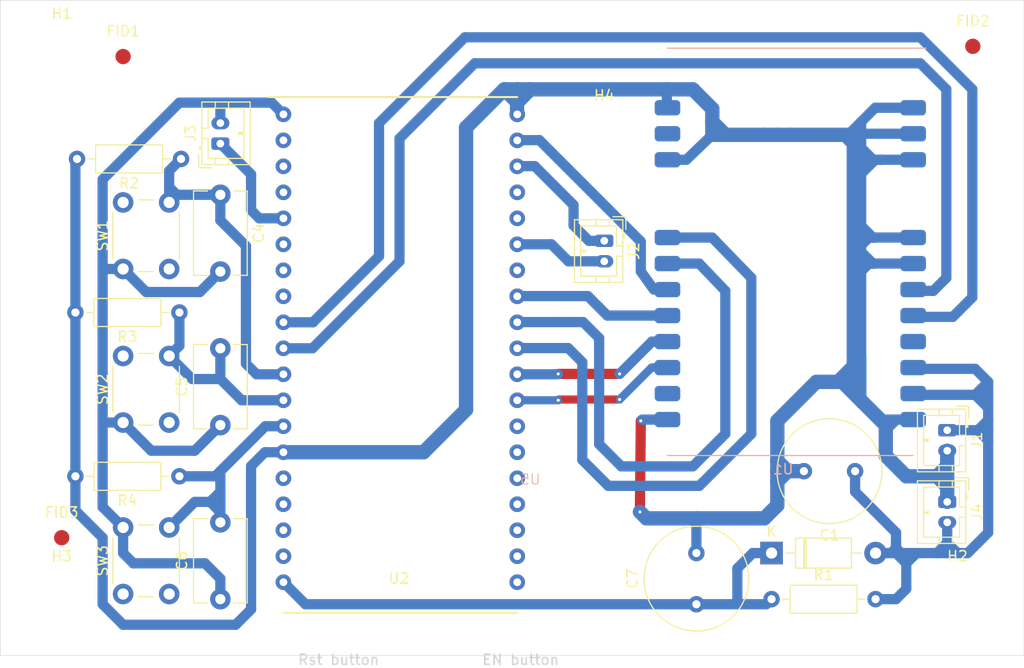
<source format=kicad_pcb>
(kicad_pcb (version 20221018) (generator pcbnew)
  (layers (0 "F.Cu" signal) (31 "B.Cu" signal) (34 "B.Paste" user) (35 "F.Paste" user) (36 "B.SilkS" user "B.Silkscreen") (37 "F.SilkS" user "F.Silkscreen") (38 "B.Mask" user) (39 "F.Mask" user) (44 "Edge.Cuts" user))
  (net 0 "")
  (net 1 "/5V")
  (net 2 "/ADC")
  (net 3 "GND")
  (net 4 "Net-(D1-K)")
  (net 5 "/RXEN")
  (net 6 "/TXEN")
  (net 7 "/NSS")
  (net 8 "/MISO")
  (net 10 "/SCK")
  (net 11 "/BUSY")
  (net 12 "/RST_E22")
  (net 13 "/MOSI")
  (net 21 "/DIO1")
  (net 22 "/3v3")
  (net 23 "/SetWiFiMode")
  (net 24 "/TX")
  (net 26 "/SetRxMode")
  (net 39 "/SCL")
  (net 40 "/SDA")
  (footprint "MountingHole:MountingHole_3.2mm_M3" (layer "F.Cu") (at 156.5 123)
    (fp_text reference "H2" (at 0 -4.2) (layer "F.SilkS"))
    (fp_text value "MountingHole")
    (pad "" np_thru_hole circle (at 0 0) (size 3.2 3.2) (drill 3.2) (layers "*.Cu" "*.Mask"))
  )
  (footprint "Connector_JST:JST_PH_B2B-PH-K_1x02_P2.00mm_Vertical" (layer "F.Cu") (at 155.5 106.5 -90)
    (fp_text reference "J1" (at 1 -2.9 90) (layer "F.SilkS"))
    (fp_text value "5V_out")
    (pad "1" thru_hole roundrect (at 0 0 270) (size 1.2 1.75) (drill 0.75) (layers "*.Cu" "*.Mask") (roundrect_rratio 0.208333) (net 1 "/5V"))
    (pad "2" thru_hole oval (at 2 0 270) (size 1.2 1.75) (drill 0.75) (layers "*.Cu" "*.Mask") (net 3 "GND"))
  )
  (footprint "Button_Switch_THT:SW_PUSH_6mm_H4.3mm" (layer "F.Cu") (at 75 122.5 90)
    (fp_text reference "SW3" (at 3.25 -2 90) (layer "F.SilkS"))
    (fp_text value "SetWiFiMode")
    (pad "1" thru_hole circle (at 0 0 180) (size 2 2) (drill 1.1) (layers "*.Cu" "*.Mask") (net 22 "/3v3"))
    (pad "1" thru_hole circle (at 6.5 0 180) (size 2 2) (drill 1.1) (layers "*.Cu" "*.Mask") (net 22 "/3v3"))
    (pad "2" thru_hole circle (at 0 4.5 180) (size 2 2) (drill 1.1) (layers "*.Cu" "*.Mask") (net 23 "/SetWiFiMode"))
    (pad "2" thru_hole circle (at 6.5 4.5 180) (size 2 2) (drill 1.1) (layers "*.Cu" "*.Mask") (net 23 "/SetWiFiMode"))
  )
  (footprint "Resistor_THT:R_Axial_DIN0207_L6.3mm_D2.5mm_P10.16mm_Horizontal" (layer "F.Cu") (at 80.66 80 180)
    (fp_text reference "R2" (at 5.08 -2.37) (layer "F.SilkS"))
    (fp_text value "2k2")
    (pad "1" thru_hole circle (at 0 0 180) (size 1.6 1.6) (drill 0.8) (layers "*.Cu" "*.Mask") (net 26 "/SetRxMode"))
    (pad "2" thru_hole oval (at 10.16 0 180) (size 1.6 1.6) (drill 0.8) (layers "*.Cu" "*.Mask") (net 3 "GND"))
  )
  (footprint "Resistor_THT:R_Axial_DIN0207_L6.3mm_D2.5mm_P10.16mm_Horizontal" (layer "F.Cu") (at 80.5 95 180)
    (fp_text reference "R3" (at 5.08 -2.37) (layer "F.SilkS"))
    (fp_text value "2k2")
    (pad "1" thru_hole circle (at 0 0 180) (size 1.6 1.6) (drill 0.8) (layers "*.Cu" "*.Mask") (net 24 "/TX"))
    (pad "2" thru_hole oval (at 10.16 0 180) (size 1.6 1.6) (drill 0.8) (layers "*.Cu" "*.Mask") (net 3 "GND"))
  )
  (footprint "Capacitor_THT:C_Disc_D8.0mm_W5.0mm_P7.50mm" (layer "F.Cu") (at 84.5 123 90)
    (fp_text reference "C6" (at 3.75 -3.75 90) (layer "F.SilkS"))
    (fp_text value "10nF")
    (pad "1" thru_hole circle (at 0 0 90) (size 2 2) (drill 1) (layers "*.Cu" "*.Mask") (net 22 "/3v3"))
    (pad "2" thru_hole circle (at 7.5 0 90) (size 2 2) (drill 1) (layers "*.Cu" "*.Mask") (net 23 "/SetWiFiMode"))
  )
  (footprint "MountingHole:MountingHole_3.2mm_M3" (layer "F.Cu") (at 122 78)
    (fp_text reference "H4" (at 0 -4.2) (layer "F.SilkS"))
    (fp_text value "MountingHole")
    (pad "" np_thru_hole circle (at 0 0) (size 3.2 3.2) (drill 3.2) (layers "*.Cu" "*.Mask"))
  )
  (footprint "Capacitor_THT:C_Radial_D10.0mm_H16.0mm_P5.00mm" (layer "F.Cu") (at 131 123.5 90)
    (fp_text reference "C7" (at 2.5 -6.25 90) (layer "F.SilkS"))
    (fp_text value "4.7uF")
    (pad "1" thru_hole circle (at 0 0 90) (size 1.6 1.6) (drill 0.8) (layers "*.Cu" "*.Mask") (net 4 "Net-(D1-K)"))
    (pad "2" thru_hole circle (at 5 0 90) (size 1.6 1.6) (drill 0.8) (layers "*.Cu" "*.Mask") (net 3 "GND"))
  )
  (footprint "Button_Switch_THT:SW_PUSH_6mm_H4.3mm" (layer "F.Cu") (at 75 105.75 90)
    (fp_text reference "SW2" (at 3.25 -2 90) (layer "F.SilkS"))
    (fp_text value "TX")
    (pad "1" thru_hole circle (at 0 0 180) (size 2 2) (drill 1.1) (layers "*.Cu" "*.Mask") (net 22 "/3v3"))
    (pad "1" thru_hole circle (at 6.5 0 180) (size 2 2) (drill 1.1) (layers "*.Cu" "*.Mask") (net 22 "/3v3"))
    (pad "2" thru_hole circle (at 0 4.5 180) (size 2 2) (drill 1.1) (layers "*.Cu" "*.Mask") (net 24 "/TX"))
    (pad "2" thru_hole circle (at 6.5 4.5 180) (size 2 2) (drill 1.1) (layers "*.Cu" "*.Mask") (net 24 "/TX"))
  )
  (footprint "Connector_JST:JST_PH_B2B-PH-K_1x02_P2.00mm_Vertical" (layer "F.Cu") (at 155.5 113.5 -90)
    (fp_text reference "J4" (at 1 -2.9 90) (layer "F.SilkS"))
    (fp_text value "5V_in")
    (pad "1" thru_hole roundrect (at 0 0 270) (size 1.2 1.75) (drill 0.75) (layers "*.Cu" "*.Mask") (roundrect_rratio 0.208333) (net 3 "GND"))
    (pad "2" thru_hole oval (at 2 0 270) (size 1.2 1.75) (drill 0.75) (layers "*.Cu" "*.Mask") (net 1 "/5V"))
  )
  (footprint "Capacitor_THT:C_Disc_D8.0mm_W5.0mm_P7.50mm" (layer "F.Cu") (at 84.5 83.5 -90)
    (fp_text reference "C4" (at 3.75 -3.75 90) (layer "F.SilkS"))
    (fp_text value "10nF")
    (pad "1" thru_hole circle (at 0 0 270) (size 2 2) (drill 1) (layers "*.Cu" "*.Mask") (net 26 "/SetRxMode"))
    (pad "2" thru_hole circle (at 7.5 0 270) (size 2 2) (drill 1) (layers "*.Cu" "*.Mask") (net 22 "/3v3"))
  )
  (footprint "PCB_Satellogic:Node-MCU_ESP32_38PINES_THT_offset" (layer "F.Cu") (at 102.079764 98.495)
    (fp_text reference "U2" (at -0.127 22.479) (layer "F.SilkS"))
    (fp_text value "Node-MCU_ESP32_38PINES")
    (pad "1" thru_hole circle (at -11.42 -22.85) (size 1.524 1.524) (drill 0.762) (layers "*.Cu" "*.Mask") (net 22 "/3v3"))
    (pad "2" thru_hole circle (at -11.42 -20.311112) (size 1.524 1.524) (drill 0.762) (layers "*.Cu" "*.Mask"))
    (pad "3" thru_hole circle (at -11.42 -17.772224) (size 1.524 1.524) (drill 0.762) (layers "*.Cu" "*.Mask"))
    (pad "4" thru_hole circle (at -11.42 -15.233336) (size 1.524 1.524) (drill 0.762) (layers "*.Cu" "*.Mask"))
    (pad "5" thru_hole circle (at -11.42 -12.694448) (size 1.524 1.524) (drill 0.762) (layers "*.Cu" "*.Mask") (net 2 "/ADC"))
    (pad "6" thru_hole circle (at -11.42 -10.15556) (size 1.524 1.524) (drill 0.762) (layers "*.Cu" "*.Mask"))
    (pad "7" thru_hole circle (at -11.42 -7.616672) (size 1.524 1.524) (drill 0.762) (layers "*.Cu" "*.Mask") (net 21 "/DIO1"))
    (pad "8" thru_hole circle (at -11.42 -5.077784) (size 1.524 1.524) (drill 0.762) (layers "*.Cu" "*.Mask"))
    (pad "9" thru_hole circle (at -11.42 -2.538896) (size 1.524 1.524) (drill 0.762) (layers "*.Cu" "*.Mask") (net 6 "/TXEN"))
    (pad "10" thru_hole circle (at -11.42 -0.000008) (size 1.524 1.524) (drill 0.762) (layers "*.Cu" "*.Mask") (net 5 "/RXEN"))
    (pad "11" thru_hole circle (at -11.42 2.53888) (size 1.524 1.524) (drill 0.762) (layers "*.Cu" "*.Mask") (net 26 "/SetRxMode"))
    (pad "12" thru_hole circle (at -11.42 5.077768) (size 1.524 1.524) (drill 0.762) (layers "*.Cu" "*.Mask") (net 24 "/TX"))
    (pad "13" thru_hole circle (at -11.42 7.616656) (size 1.524 1.524) (drill 0.762) (layers "*.Cu" "*.Mask") (net 23 "/SetWiFiMode"))
    (pad "14" thru_hole circle (at -11.42 10.155544) (size 1.524 1.524) (drill 0.762) (layers "*.Cu" "*.Mask") (net 3 "GND"))
    (pad "15" thru_hole circle (at -11.42 12.694432) (size 1.524 1.524) (drill 0.762) (layers "*.Cu" "*.Mask"))
    (pad "16" thru_hole circle (at -11.42 15.23332) (size 1.524 1.524) (drill 0.762) (layers "*.Cu" "*.Mask"))
    (pad "17" thru_hole circle (at -11.42 17.772208) (size 1.524 1.524) (drill 0.762) (layers "*.Cu" "*.Mask"))
    (pad "18" thru_hole circle (at -11.42 20.311096) (size 1.524 1.524) (drill 0.762) (layers "*.Cu" "*.Mask"))
    (pad "19" thru_hole circle (at -11.42 22.85) (size 1.524 1.524) (drill 0.762) (layers "*.Cu" "*.Mask") (net 4 "Net-(D1-K)"))
    (pad "20" thru_hole circle (at 11.42 22.85) (size 1.524 1.524) (drill 0.762) (layers "*.Cu" "*.Mask"))
    (pad "21" thru_hole circle (at 11.42 20.311096) (size 1.524 1.524) (drill 0.762) (layers "*.Cu" "*.Mask"))
    (pad "22" thru_hole circle (at 11.42 17.772208) (size 1.524 1.524) (drill 0.762) (layers "*.Cu" "*.Mask"))
    (pad "23" thru_hole circle (at 11.42 15.23332) (size 1.524 1.524) (drill 0.762) (layers "*.Cu" "*.Mask"))
    (pad "24" thru_hole circle (at 11.42 12.694432) (size 1.524 1.524) (drill 0.762) (layers "*.Cu" "*.Mask"))
    (pad "25" thru_hole circle (at 11.42 10.155544) (size 1.524 1.524) (drill 0.762) (layers "*.Cu" "*.Mask"))
    (pad "26" thru_hole circle (at 11.42 7.616656) (size 1.524 1.524) (drill 0.762) (layers "*.Cu" "*.Mask"))
    (pad "27" thru_hole circle (at 11.42 5.077768) (size 1.524 1.524) (drill 0.762) (layers "*.Cu" "*.Mask") (net 11 "/BUSY"))
    (pad "28" thru_hole circle (at 11.42 2.53888) (size 1.524 1.524) (drill 0.762) (layers "*.Cu" "*.Mask") (net 12 "/RST_E22"))
    (pad "29" thru_hole circle (at 11.42 -0.000008) (size 1.524 1.524) (drill 0.762) (layers "*.Cu" "*.Mask") (net 7 "/NSS"))
    (pad "30" thru_hole circle (at 11.42 -2.538896) (size 1.524 1.524) (drill 0.762) (layers "*.Cu" "*.Mask") (net 10 "/SCK"))
    (pad "31" thru_hole circle (at 11.42 -5.077784) (size 1.524 1.524) (drill 0.762) (layers "*.Cu" "*.Mask") (net 8 "/MISO"))
    (pad "32" thru_hole circle (at 11.42 -7.616672) (size 1.524 1.524) (drill 0.762) (layers "*.Cu" "*.Mask"))
    (pad "33" thru_hole circle (at 11.42 -10.15556) (size 1.524 1.524) (drill 0.762) (layers "*.Cu" "*.Mask") (net 40 "/SDA"))
    (pad "34" thru_hole circle (at 11.42 -12.694448) (size 1.524 1.524) (drill 0.762) (layers "*.Cu" "*.Mask"))
    (pad "35" thru_hole circle (at 11.42 -15.233336) (size 1.524 1.524) (drill 0.762) (layers "*.Cu" "*.Mask"))
    (pad "36" thru_hole circle (at 11.42 -17.772224) (size 1.524 1.524) (drill 0.762) (layers "*.Cu" "*.Mask") (net 39 "/SCL"))
    (pad "37" thru_hole circle (at 11.42 -20.311112) (size 1.524 1.524) (drill 0.762) (layers "*.Cu" "*.Mask") (net 13 "/MOSI"))
    (pad "38" thru_hole circle (at 11.42 -22.85) (size 1.524 1.524) (drill 0.762) (layers "*.Cu" "*.Mask") (net 3 "GND"))
  )
  (footprint "MountingHole:MountingHole_3.2mm_M3" (layer "F.Cu") (at 69 123)
    (fp_text reference "H3" (at 0 -4.2) (layer "F.SilkS"))
    (fp_text value "MountingHole")
    (pad "" np_thru_hole circle (at 0 0) (size 3.2 3.2) (drill 3.2) (layers "*.Cu" "*.Mask"))
  )
  (footprint "Button_Switch_THT:SW_PUSH_6mm_H4.3mm" (layer "F.Cu") (at 75 90.75 90)
    (fp_text reference "SW1" (at 3.25 -2 90) (layer "F.SilkS"))
    (fp_text value "SetRXMode")
    (pad "1" thru_hole circle (at 0 0 180) (size 2 2) (drill 1.1) (layers "*.Cu" "*.Mask") (net 22 "/3v3"))
    (pad "1" thru_hole circle (at 6.5 0 180) (size 2 2) (drill 1.1) (layers "*.Cu" "*.Mask") (net 22 "/3v3"))
    (pad "2" thru_hole circle (at 0 4.5 180) (size 2 2) (drill 1.1) (layers "*.Cu" "*.Mask") (net 26 "/SetRxMode"))
    (pad "2" thru_hole circle (at 6.5 4.5 180) (size 2 2) (drill 1.1) (layers "*.Cu" "*.Mask") (net 26 "/SetRxMode"))
  )
  (footprint "Fiducial:Fiducial_1.5mm_Mask3mm" (layer "F.Cu") (at 69 117)
    (fp_text reference "FID3" (at 0 -2.4765) (layer "F.SilkS"))
    (fp_text value "Fiducial")
    (pad "" smd circle (at 0 0) (size 1.5 1.5) (layers "F.Cu" "F.Mask") (clearance 0.75))
  )
  (footprint "Connector_JST:JST_PH_B2B-PH-K_1x02_P2.00mm_Vertical" (layer "F.Cu") (at 84.5 78.5 90)
    (fp_text reference "J3" (at 1 -2.9 90) (layer "F.SilkS"))
    (fp_text value "ADC")
    (pad "1" thru_hole roundrect (at 0 0 90) (size 1.2 1.75) (drill 0.75) (layers "*.Cu" "*.Mask") (roundrect_rratio 0.208333) (net 2 "/ADC"))
    (pad "2" thru_hole oval (at 2 0 90) (size 1.2 1.75) (drill 0.75) (layers "*.Cu" "*.Mask") (net 22 "/3v3"))
  )
  (footprint "Capacitor_THT:C_Radial_D10.0mm_H16.0mm_P5.00mm" (layer "F.Cu") (at 146.5 110.5 180)
    (fp_text reference "C1" (at 2.5 -6.25) (layer "F.SilkS"))
    (fp_text value "470uF")
    (pad "1" thru_hole circle (at 0 0 180) (size 1.6 1.6) (drill 0.8) (layers "*.Cu" "*.Mask") (net 1 "/5V"))
    (pad "2" thru_hole circle (at 5 0 180) (size 1.6 1.6) (drill 0.8) (layers "*.Cu" "*.Mask") (net 3 "GND"))
  )
  (footprint "Resistor_THT:R_Axial_DIN0207_L6.3mm_D2.5mm_P10.16mm_Horizontal" (layer "F.Cu") (at 138.34 123)
    (fp_text reference "R1" (at 5.08 -2.37) (layer "F.SilkS"))
    (fp_text value "100R")
    (pad "1" thru_hole circle (at 0 0) (size 1.6 1.6) (drill 0.8) (layers "*.Cu" "*.Mask") (net 4 "Net-(D1-K)"))
    (pad "2" thru_hole oval (at 10.16 0) (size 1.6 1.6) (drill 0.8) (layers "*.Cu" "*.Mask") (net 1 "/5V"))
  )
  (footprint "Fiducial:Fiducial_1.5mm_Mask3mm" (layer "F.Cu") (at 75 70)
    (fp_text reference "FID1" (at 0 -2.4765) (layer "F.SilkS"))
    (fp_text value "Fiducial")
    (pad "" smd circle (at 0 0) (size 1.5 1.5) (layers "F.Cu" "F.Mask") (clearance 0.75))
  )
  (footprint "Diode_THT:D_DO-41_SOD81_P10.16mm_Horizontal" (layer "F.Cu") (at 138.34 118.5)
    (fp_text reference "D1" hide)
    (fp_text value "1N5819")
    (fp_text user "K" (at 0 -2.1) (layer "F.SilkS"))
    (pad "1" thru_hole rect (at 0 0) (size 2.2 2.2) (drill 1.1) (layers "*.Cu" "*.Mask") (net 4 "Net-(D1-K)"))
    (pad "2" thru_hole oval (at 10.16 0) (size 2.2 2.2) (drill 1.1) (layers "*.Cu" "*.Mask") (net 1 "/5V"))
  )
  (footprint "Resistor_THT:R_Axial_DIN0207_L6.3mm_D2.5mm_P10.16mm_Horizontal" (layer "F.Cu") (at 80.5 111 180)
    (fp_text reference "R4" (at 5.08 -2.37) (layer "F.SilkS"))
    (fp_text value "2k2")
    (pad "1" thru_hole circle (at 0 0 180) (size 1.6 1.6) (drill 0.8) (layers "*.Cu" "*.Mask") (net 23 "/SetWiFiMode"))
    (pad "2" thru_hole oval (at 10.16 0 180) (size 1.6 1.6) (drill 0.8) (layers "*.Cu" "*.Mask") (net 3 "GND"))
  )
  (footprint "Capacitor_THT:C_Disc_D8.0mm_W5.0mm_P7.50mm" (layer "F.Cu") (at 84.5 106 90)
    (fp_text reference "C5" (at 3.75 -3.75 90) (layer "F.SilkS"))
    (fp_text value "10nF")
    (pad "1" thru_hole circle (at 0 0 90) (size 2 2) (drill 1) (layers "*.Cu" "*.Mask") (net 22 "/3v3"))
    (pad "2" thru_hole circle (at 7.5 0 90) (size 2 2) (drill 1) (layers "*.Cu" "*.Mask") (net 24 "/TX"))
  )
  (footprint "Fiducial:Fiducial_1.5mm_Mask3mm" (layer "F.Cu") (at 158 69)
    (fp_text reference "FID2" (at 0 -2.4765) (layer "F.SilkS"))
    (fp_text value "Fiducial")
    (pad "" smd circle (at 0 0) (size 1.5 1.5) (layers "F.Cu" "F.Mask") (clearance 0.75))
  )
  (footprint "MountingHole:MountingHole_3.2mm_M3" (layer "F.Cu") (at 69 70)
    (fp_text reference "H1" (at 0 -4.2) (layer "F.SilkS"))
    (fp_text value "MountingHole")
    (pad "" np_thru_hole circle (at 0 0) (size 3.2 3.2) (drill 3.2) (layers "*.Cu" "*.Mask"))
  )
  (footprint "Connector_JST:JST_PH_B2B-PH-K_1x02_P2.00mm_Vertical" (layer "F.Cu") (at 122 88 -90)
    (fp_text reference "J2" (at 1 -2.9 90) (layer "F.SilkS"))
    (fp_text value "I2C")
    (pad "1" thru_hole roundrect (at 0 0 270) (size 1.2 1.75) (drill 0.75) (layers "*.Cu" "*.Mask") (roundrect_rratio 0.208333) (net 39 "/SCL"))
    (pad "2" thru_hole oval (at 2 0 270) (size 1.2 1.75) (drill 0.75) (layers "*.Cu" "*.Mask") (net 40 "/SDA"))
  )
  (footprint "PCB_Satellogic:E22-900M30S_LoRa_smd" (layer "B.Cu") (at 140.174764 89.075 180)
    (fp_text reference "U1" (at 0.7 -21.231) (layer "B.SilkS") (effects (justify mirror)))
    (fp_text value "E22-900M30S_LoRa")
    (pad "1" smd roundrect (at -12 14.075 180) (size 2.5 1.5) (layers "B.Cu" "B.Paste" "B.Mask") (net 3 "GND"))
    (pad "2" smd roundrect (at -12 11.535 180) (size 2.5 1.5) (layers "B.Cu" "B.Paste" "B.Mask") (net 3 "GND"))
    (pad "3" smd roundrect (at -12 8.995 180) (size 2.5 1.5) (layers "B.Cu" "B.Paste" "B.Mask") (net 3 "GND"))
    (pad "4" smd roundrect (at -12 1.395 180) (size 2.5 1.5) (layers "B.Cu" "B.Paste" "B.Mask") (net 3 "GND"))
    (pad "5" smd roundrect (at -12 -1.145 180) (size 2.5 1.5) (layers "B.Cu" "B.Paste" "B.Mask") (net 3 "GND"))
    (pad "6" smd roundrect (at -12 -3.685 180) (size 2.5 1.5) (layers "B.Cu" "B.Paste" "B.Mask") (net 5 "/RXEN"))
    (pad "7" smd roundrect (at -12 -6.225 180) (size 2.5 1.5) (layers "B.Cu" "B.Paste" "B.Mask") (net 6 "/TXEN"))
    (pad "8" smd roundrect (at -12 -8.765 180) (size 2.5 1.5) (layers "B.Cu" "B.Paste" "B.Mask"))
    (pad "9" smd roundrect (at -12 -11.305 180) (size 2.5 1.5) (layers "B.Cu" "B.Paste" "B.Mask") (net 1 "/5V"))
    (pad "10" smd roundrect (at -12 -13.845 180) (size 2.5 1.5) (layers "B.Cu" "B.Paste" "B.Mask") (net 1 "/5V"))
    (pad "11" smd roundrect (at -12 -16.385 180) (size 2.5 1.5) (layers "B.Cu" "B.Paste" "B.Mask") (net 3 "GND"))
    (pad "12" smd roundrect (at 12 -16.385 180) (size 2.5 1.5) (layers "B.Cu" "B.Paste" "B.Mask") (net 3 "GND"))
    (pad "13" smd roundrect (at 12 -13.845 180) (size 2.5 1.5) (layers "B.Cu" "B.Paste" "B.Mask"))
    (pad "14" smd roundrect (at 12 -11.305 180) (size 2.5 1.5) (layers "B.Cu" "B.Paste" "B.Mask") (net 11 "/BUSY"))
    (pad "15" smd roundrect (at 12 -8.765 180) (size 2.5 1.5) (layers "B.Cu" "B.Paste" "B.Mask") (net 12 "/RST_E22"))
    (pad "16" smd roundrect (at 12 -6.225 180) (size 2.5 1.5) (layers "B.Cu" "B.Paste" "B.Mask") (net 8 "/MISO"))
    (pad "17" smd roundrect (at 12 -3.685 180) (size 2.5 1.5) (layers "B.Cu" "B.Paste" "B.Mask") (net 13 "/MOSI"))
    (pad "18" smd roundrect (at 12 -1.145 180) (size 2.5 1.5) (layers "B.Cu" "B.Paste" "B.Mask") (net 10 "/SCK"))
    (pad "19" smd roundrect (at 12 1.395 180) (size 2.5 1.5) (layers "B.Cu" "B.Paste" "B.Mask") (net 7 "/NSS"))
    (pad "20" smd roundrect (at 12 8.995 180) (size 2.5 1.5) (layers "B.Cu" "B.Paste" "B.Mask") (net 3 "GND"))
    (pad "21" smd roundrect (at 12 11.535 180) (size 2.5 1.5) (layers "B.Cu" "B.Paste" "B.Mask"))
    (pad "22" smd roundrect (at 12 14.075 180) (size 2.5 1.5) (layers "B.Cu" "B.Paste" "B.Mask") (net 3 "GND"))
  )
  (gr_rect (start 63 64.5) (end 163 128.5) (stroke (width 0.05)) (fill none) (layer "Edge.Cuts"))
  (gr_text "U5" (at 114.774764 111.3) (layer "B.SilkS") (effects (font (size 1 1) (thickness 0.1)) (justify mirror)))
  (gr_text "Rst button" (at 92 129.5) (layer "Edge.Cuts") (effects (font (size 1 1)) (justify left bottom)))
  (gr_text "EN button" (at 110 129.5) (layer "Edge.Cuts") (effects (font (size 1 1)) (justify left bottom)))
  (segment (start 158.23 100.505) (end 152.299764 100.505) (width 1) (layer "B.Cu") (net 1))
  (segment (start 158.5 106.5) (end 159.5 105.5) (width 1) (layer "B.Cu") (net 1))
  (segment (start 159.5 107.5) (end 159.5 106.5) (width 1) (layer "B.Cu") (net 1))
  (segment (start 151.5 119.5) (end 150.5 118.5) (width 1) (layer "B.Cu") (net 1))
  (segment (start 150.5 117.5) (end 150.5 116.5) (width 1) (layer "B.Cu") (net 1))
  (segment (start 152.299764 100.505) (end 152.174764 100.38) (width 1) (layer "B.Cu") (net 1))
  (segment (start 150.5 118) (end 151 118.5) (width 1) (layer "B.Cu") (net 1))
  (segment (start 155.5 106.5) (end 158.5 106.5) (width 1) (layer "B.Cu") (net 1))
  (segment (start 148.5 123) (end 150.5 123) (width 1) (layer "B.Cu") (net 1))
  (segment (start 150.5 118) (end 150 118.5) (width 1) (layer "B.Cu") (net 1))
  (segment (start 159.5 103.045) (end 158.23 103.045) (width 1) (layer "B.Cu") (net 1))
  (segment (start 146.5 112.5) (end 146.5 110.5) (width 1) (layer "B.Cu") (net 1))
  (segment (start 159.5 116.5) (end 159.5 107.5) (width 1) (layer "B.Cu") (net 1))
  (segment (start 152.299764 103.045) (end 152.174764 102.92) (width 1) (layer "B.Cu") (net 1))
  (segment (start 159.5 104.315) (end 159.5 103.045) (width 1) (layer "B.Cu") (net 1))
  (segment (start 155.5 117.5) (end 154.5 118.5) (width 1) (layer "B.Cu") (net 1))
  (segment (start 158.23 103.045) (end 152.299764 103.045) (width 1) (layer "B.Cu") (net 1))
  (segment (start 151.5 118.5) (end 152.5 118.5) (width 1) (layer "B.Cu") (net 1))
  (segment (start 158.5 106.5) (end 159.5 106.5) (width 1) (layer "B.Cu") (net 1))
  (segment (start 155.5 118.5) (end 157 118.5) (width 1) (layer "B.Cu") (net 1))
  (segment (start 154.5 118.5) (end 155.5 118.5) (width 1) (layer "B.Cu") (net 1))
  (segment (start 151.5 119.5) (end 152.5 118.5) (width 1) (layer "B.Cu") (net 1))
  (segment (start 158.23 103.045) (end 159.5 104.315) (width 1) (layer "B.Cu") (net 1))
  (segment (start 148.5 118.5) (end 150 118.5) (width 1) (layer "B.Cu") (net 1))
  (segment (start 150.5 116.5) (end 146.5 112.5) (width 1) (layer "B.Cu") (net 1))
  (segment (start 158.23 103.045) (end 159.5 101.775) (width 1) (layer "B.Cu") (net 1))
  (segment (start 159.5 103.045) (end 159.5 101.775) (width 1) (layer "B.Cu") (net 1))
  (segment (start 155.5 117.5) (end 156.5 118.5) (width 1) (layer "B.Cu") (net 1))
  (segment (start 159.5 106.5) (end 159.5 105.5) (width 1) (layer "B.Cu") (net 1))
  (segment (start 155.5 117.5) (end 155.5 115.5) (width 1) (layer "B.Cu") (net 1))
  (segment (start 151.5 119.5) (end 151.5 118.5) (width 1) (layer "B.Cu") (net 1))
  (segment (start 157 118.5) (end 157.5 118.5) (width 1) (layer "B.Cu") (net 1))
  (segment (start 152.5 118.5) (end 154.5 118.5) (width 1) (layer "B.Cu") (net 1))
  (segment (start 157.5 118.5) (end 159.5 116.5) (width 1) (layer "B.Cu") (net 1))
  (segment (start 150.5 123) (end 151.5 122) (width 1) (layer "B.Cu") (net 1))
  (segment (start 150.5 118.5) (end 151 118.5) (width 1) (layer "B.Cu") (net 1))
  (segment (start 156.5 118.5) (end 157 118.5) (width 1) (layer "B.Cu") (net 1))
  (segment (start 150.5 118.5) (end 150.5 117.5) (width 1) (layer "B.Cu") (net 1))
  (segment (start 159.5 101.775) (end 158.23 100.505) (width 1) (layer "B.Cu") (net 1))
  (segment (start 151.5 122) (end 151.5 119.5) (width 1) (layer "B.Cu") (net 1))
  (segment (start 155.5 118.5) (end 155.5 117.5) (width 1) (layer "B.Cu") (net 1))
  (segment (start 150.5 117.5) (end 150.5 118) (width 1) (layer "B.Cu") (net 1))
  (segment (start 150 118.5) (end 150.5 118.5) (width 1) (layer "B.Cu") (net 1))
  (segment (start 158.5 106.5) (end 159.5 107.5) (width 1) (layer "B.Cu") (net 1))
  (segment (start 151 118.5) (end 151.5 118.5) (width 1) (layer "B.Cu") (net 1))
  (segment (start 159.5 105.5) (end 159.5 104.315) (width 1) (layer "B.Cu") (net 1))
  (segment (start 87.5 81.5) (end 84.5 78.5) (width 1) (layer "B.Cu") (net 2))
  (segment (start 87.5 85) (end 87.5 81.5) (width 1) (layer "B.Cu") (net 2))
  (segment (start 90.659764 85.800552) (end 88.300552 85.800552) (width 1) (layer "B.Cu") (net 2))
  (segment (start 88.300552 85.800552) (end 87.5 85) (width 1) (layer "B.Cu") (net 2))
  (segment (start 125.569764 105.585) (end 125.482681 114.475) (width 1) (layer "F.Cu") (net 3))
  (via (at 125.482681 114.475) (size 0.6) (drill 0.3) (layers "F.Cu" "B.Cu") (net 3))
  (via (at 125.569764 105.585) (size 0.6) (drill 0.3) (layers "F.Cu" "B.Cu") (net 3))
  (segment (start 147.854764 87.68) (end 147.094764 88.44) (width 1) (layer "B.Cu") (net 3))
  (segment (start 131 115.11) (end 126.117681 115.11) (width 1.4) (layer "B.Cu") (net 3))
  (segment (start 146.174764 78.565) (end 145.254764 77.645) (width 1) (layer "B.Cu") (net 3))
  (segment (start 113.504764 73.2) (end 114.774764 73.2) (width 1.4) (layer "B.Cu") (net 3))
  (segment (start 140.174764 77.645) (end 145.824764 77.645) (width 1.4) (layer "B.Cu") (net 3))
  (segment (start 145.824764 77.645) (end 147.094764 78.915) (width 1) (layer "B.Cu") (net 3))
  (segment (start 113.482264 73.2225) (end 113.482264 74.47) (width 1.4) (layer "B.Cu") (net 3))
  (segment (start 108.5 76.934764) (end 112.234764 73.2) (width 1.4) (layer "B.Cu") (net 3))
  (segment (start 75 125.5) (end 73 123.5) (width 1) (layer "B.Cu") (net 3))
  (segment (start 148.239764 87.68) (end 147.094764 86.535) (width 1) (layer "B.Cu") (net 3))
  (segment (start 147.094764 90.98) (end 147.094764 90.345) (width 1) (layer "B.Cu") (net 3))
  (segment (start 152.069764 80.185) (end 152.174764 80.08) (width 1) (layer "B.Cu") (net 3))
  (segment (start 108.5 104.5) (end 108.5 76.934764) (width 1.4) (layer "B.Cu") (net 3))
  (segment (start 152.174764 90.22) (end 148.429764 90.22) (width 1) (layer "B.Cu") (net 3))
  (segment (start 147.094764 86.535) (end 147.094764 81.455) (width 1) (layer "B.Cu") (net 3))
  (segment (start 146.739882 103.260118) (end 146.914882 103.085118) (width 1.4) (layer "B.Cu") (net 3))
  (segment (start 113.482264 74.47) (end 113.482264 74.4475) (width 1.4) (layer "B.Cu") (net 3))
  (segment (start 149.5 106.5) (end 149.5 105.46) (width 1) (layer "B.Cu") (net 3))
  (segment (start 113.482264 74.47) (end 113.482264 75.625) (width 1.4) (layer "B.Cu") (net 3))
  (segment (start 149.5 109) (end 149.5 106.5) (width 1.4) (layer "B.Cu") (net 3))
  (segment (start 132.554764 76.375) (end 132.554764 77.645) (width 1.4) (layer "B.Cu") (net 3))
  (segment (start 137.634764 115.11) (end 138.904764 113.84) (width 1.4) (layer "B.Cu") (net 3))
  (segment (start 154.5 111) (end 155.5 112) (width 1.4) (layer "B.Cu") (net 3))
  (segment (start 143.984764 101.775) (end 145.189764 101.775) (width 1) (layer "B.Cu") (net 3))
  (segment (start 147.854764 90.22) (end 147.094764 90.98) (width 1) (layer "B.Cu") (net 3))
  (segment (start 133.824764 77.645) (end 132.554764 76.375) (width 1.4) (layer "B.Cu") (net 3))
  (segment (start 146.914882 103.085118) (end 146.914882 99.414882) (width 1.4) (layer "B.Cu") (net 3))
  (segment (start 126.117681 115.11) (end 125.482681 114.475) (width 1.4) (layer "B.Cu") (net 3))
  (segment (start 155.5 108.5) (end 155.5 110) (width 1.4) (layer "B.Cu") (net 3))
  (segment (start 148.429764 90.22) (end 148.239764 90.22) (width 1) (layer "B.Cu") (net 3))
  (segment (start 147.219764 90.22) (end 147.094764 90.345) (width 1) (layer "B.Cu") (net 3))
  (segment (start 150.5 105.5) (end 149.5 106.5) (width 1) (layer "B.Cu") (net 3))
  (segment (start 152.174764 75) (end 148.469764 75) (width 1) (layer "B.Cu") (net 3))
  (segment (start 147.094764 80.185) (end 147.199764 80.08) (width 1) (layer "B.Cu") (net 3))
  (segment (start 147.094764 103.615) (end 147.239882 103.760118) (width 1) (layer "B.Cu") (net 3))
  (segment (start 147.239882 103.760118) (end 149.5 106.020236) (width 1.4) (layer "B.Cu") (net 3))
  (segment (start 130.584764 73.265) (end 130.649764 73.2) (width 1) (layer "B.Cu") (net 3))
  (segment (start 143.984764 101.775) (end 145.254764 101.775) (width 1.4) (layer "B.Cu") (net 3))
  (segment (start 128.174764 105.46) (end 125.694764 105.46) (width 1) (layer "B.Cu") (net 3))
  (segment (start 145.254764 101.775) (end 145.824764 101.775) (width 1) (layer "B.Cu") (net 3))
  (segment (start 113.482264 74.4475) (end 112.234764 73.2) (width 1.4) (layer "B.Cu") (net 3))
  (segment (start 148.239764 90.22) (end 147.094764 89.075) (width 1) (layer "B.Cu") (net 3))
  (segment (start 142.714764 101.775) (end 138.904764 105.585) (width 1.4) (layer "B.Cu") (net 3))
  (segment (start 140 110.5) (end 141.5 110.5) (width 1.4) (layer "B.Cu") (net 3))
  (segment (start 130.649764 73.2) (end 132.554764 75.105) (width 1.4) (layer "B.Cu") (net 3))
  (segment (start 144.554764 101.775) (end 146.174764 100.155) (width 1) (layer "B.Cu") (net 3))
  (segment (start 70.34 95) (end 70.34 80.16) (width 1) (layer "B.Cu") (net 3))
  (segment (start 70.34 114.34) (end 70.34 111) (width 1) (layer "B.Cu") (net 3))
  (segment (start 147.094764 89.075) (end 147.094764 88.44) (width 1) (layer "B.Cu") (net 3))
  (segment (start 148.469764 80.08) (end 148.259764 80.08) (width 1) (layer "B.Cu") (net 3))
  (segment (start 155.5 111) (end 155.5 112) (width 1.4) (layer "B.Cu") (net 3))
  (segment (start 149.5 109) (end 151 110.5) (width 1.4) (layer "B.Cu") (net 3))
  (segment (start 147.094764 99.235) (end 147.094764 90.98) (width 1) (layer "B.Cu") (net 3))
  (segment (start 140.174764 77.645) (end 138.904764 77.645) (width 1.4) (layer "B.Cu") (net 3))
  (segment (start 152.174764 90.22) (end 152.049764 90.345) (width 1) (layer "B.Cu") (net 3))
  (segment (start 113.482264 74.4475) (end 113.527264 74.4475) (width 1.4) (layer "B.Cu") (net 3))
  (segment (start 148.429764 87.68) (end 147.854764 87.68) (width 1) (layer "B.Cu") (net 3))
  (segment (start 138.904764 110.5) (end 140 110.5) (width 1.4) (layer "B.Cu") (net 3))
  (segment (start 146.174764 100.155) (end 146.174764 78.565) (width 1) (layer "B.Cu") (net 3))
  (segment (start 128.174764 80.08) (end 130.014764 80.08) (width 1) (layer "B.Cu") (net 3))
  (segment (start 147.094764 100.505) (end 147.094764 99.235) (width 1) (layer "B.Cu") (net 3))
  (segment (start 86 125.5) (end 75 125.5) (width 1) (layer "B.Cu") (net 3))
  (segment (start 138.904764 110.5) (end 138.904764 111.5) (width 1.4) (layer "B.Cu") (net 3))
  (segment (start 70.34 111) (end 70.34 95) (width 1) (layer "B.Cu") (net 3))
  (segment (start 147.239882 103.760118) (end 146.739882 103.260118) (width 1.4) (layer "B.Cu") (net 3))
  (segment (start 128.109764 74.935) (end 128.174764 75) (width 1.4) (layer "B.Cu") (net 3))
  (segment (start 147.094764 87.805) (end 147.094764 86.535) (width 1) (layer "B.Cu") (net 3))
  (segment (start 87.5 124) (end 86 125.5) (width 1) (layer "B.Cu") (net 3))
  (segment (start 88.849456 108.650544) (end 87.5 110) (width 1) (layer "B.Cu") (net 3))
  (segment (start 128.279764 75.105) (end 128.174764 75) (width 0.8) (layer "B.Cu") (net 3))
  (segment (start 128.109764 73.2) (end 130.649764 73.2) (width 1.4) (layer "B.Cu") (net 3))
  (segment (start 73 117) (end 70.34 114.34) (width 1) (layer "B.Cu") (net 3))
  (segment (start 138.904764 111.5) (end 138.904764 113.84) (width 1.4) (layer "B.Cu") (net 3))
  (segment (start 147.199764 77.54) (end 147.094764 77.645) (width 1) (layer "B.Cu") (net 3))
  (segment (start 147.094764 81.455) (end 147.094764 78.915) (width 1) (layer "B.Cu") (net 3))
  (segment (start 145.254764 77.645) (end 145.824764 77.645) (width 1) (layer "B.Cu") (net 3))
  (segment (start 148.429764 87.68) (end 147.219764 87.68) (width 1) (layer "B.Cu") (net 3))
  (segment (start 152.174764 80.08) (end 149.064764 80.08) (width 1) (layer "B.Cu") (net 3))
  (segment (start 143.984764 101.775) (end 144.554764 101.775) (width 1) (layer "B.Cu") (net 3))
  (segment (start 147.094764 76.375) (end 147.094764 77.645) (width 1) (layer "B.Cu") (net 3))
  (segment (start 132.554764 75.105) (end 132.554764 76.375) (width 1.4) (layer "B.Cu") (net 3))
  (segment (start 113.504764 73.2) (end 113.482264 73.2225) (width 1.4) (layer "B.Cu") (net 3))
  (segment (start 148.429764 90.22) (end 147.219764 90.22) (width 1) (layer "B.Cu") (net 3))
  (segment (start 114.774764 73.2) (end 128.109764 73.2) (width 1.4) (layer "B.Cu") (net 3))
  (segment (start 155.5 112) (end 155.5 113.5) (width 1.4) (layer "B.Cu") (net 3))
  (segment (start 136.999764 115.11) (end 131 115.11) (width 1.4) (layer "B.Cu") (net 3))
  (segment (start 148.429764 87.68) (end 148.239764 87.68) (width 1) (layer "B.Cu") (net 3))
  (segment (start 113.527264 74.4475) (end 114.774764 73.2) (width 1.4) (layer "B.Cu") (net 3))
  (segment (start 146.174764 100.155) (end 146.914882 99.414882) (width 1) (layer "B.Cu") (net 3))
  (segment (start 131 118.5) (end 131 115.11) (width 1) (layer "B.Cu") (net 3))
  (segment (start 145.824764 77.645) (end 147.094764 76.375) (width 1) (layer "B.Cu") (net 3))
  (segment (start 147.094764 77.645) (end 145.254764 77.645) (width 1) (layer "B.Cu") (net 3))
  (segment (start 136.999764 115.11) (end 137.634764 115.11) (width 1.4) (layer "B.Cu") (net 3))
  (segment (start 146.739882 103.260118) (end 145.254764 101.775) (width 1.4) (layer "B.Cu") (net 3))
  (segment (start 130.014764 80.08) (end 132.554764 77.645) (width 1) (layer "B.Cu") (net 3))
  (segment (start 113.504764 73.2) (end 112.234764 73.2) (width 1.4) (layer "B.Cu") (net 3))
  (segment (start 145.824764 101.775) (end 147.094764 100.505) (width 1) (layer "B.Cu") (net 3))
  (segment (start 148.259764 80.08) (end 147.094764 78.915) (width 1) (layer "B.Cu") (net 3))
  (segment (start 137.634764 77.645) (end 133.824764 77.645) (width 1.4) (layer "B.Cu") (net 3))
  (segment (start 146.914882 99.414882) (end 147.094764 99.235) (width 1) (layer "B.Cu") (net 3))
  (segment (start 90.659764 108.650544) (end 88.849456 108.650544) (width 1) (layer "B.Cu") (net 3))
  (segment (start 154.5 111) (end 155.5 110) (width 1.4) (layer "B.Cu") (net 3))
  (segment (start 87.5 110) (end 87.5 124) (width 1) (layer "B.Cu") (net 3))
  (segment (start 140 110.5) (end 139.904764 110.5) (width 1.4) (layer "B.Cu") (net 3))
  (segment (start 90.659764 108.650544) (end 104.349456 108.650544) (width 1.4) (layer "B.Cu") (net 3))
  (segment (start 70.34 80.16) (end 70.5 80) (width 1) (layer "B.Cu") (net 3))
  (segment (start 148.239764 90.22) (end 147.854764 90.22) (width 1) (layer "B.Cu") (net 3))
  (segment (start 149.064764 80.08) (end 147.199764 80.08) (width 1) (layer "B.Cu") (net 3))
  (segment (start 155.5 111) (end 154.5 111) (width 1) (layer "B.Cu") (net 3))
  (segment (start 147.219764 87.68) (end 147.094764 87.805) (width 1) (layer "B.Cu") (net 3))
  (segment (start 149.5 106.020236) (end 149.5 106.5) (width 1.4) (layer "B.Cu") (net 3))
  (segment (start 148.469764 80.08) (end 147.094764 81.455) (width 1) (layer "B.Cu") (net 3))
  (segment (start 150.5 105.46) (end 150.5 105.5) (width 1) (layer "B.Cu") (net 3))
  (segment (start 155.5 110) (end 155.5 111) (width 1.4) (layer "B.Cu") (net 3))
  (segment (start 151.5 111) (end 151 110.5) (width 1.4) (layer "B.Cu") (net 3))
  (segment (start 150.5 105.46) (end 149.5 105.46) (width 1) (layer "B.Cu") (net 3))
  (segment (start 147.094764 88.44) (end 147.094764 87.805) (width 1) (layer "B.Cu") (net 3))
  (segment (start 138.904764 77.645) (end 137.634764 77.645) (width 1.4) (layer "B.Cu") (net 3))
  (segment (start 147.094764 90.345) (end 147.094764 89.075) (width 1) (layer "B.Cu") (net 3))
  (segment (start 154.5 111) (end 151.5 111) (width 1.4) (layer "B.Cu") (net 3))
  (segment (start 152.174764 87.68) (end 148.429764 87.68) (width 1) (layer "B.Cu") (net 3))
  (segment (start 125.694764 105.46) (end 125.569764 105.585) (width 0.2) (layer "B.Cu") (net 3))
  (segment (start 149.064764 80.08) (end 148.469764 80.08) (width 1) (layer "B.Cu") (net 3))
  (segment (start 147.094764 78.915) (end 147.094764 77.645) (width 1) (layer "B.Cu") (net 3))
  (segment (start 104.349456 108.650544) (end 108.5 104.5) (width 1.4) (layer "B.Cu") (net 3))
  (segment (start 138.904764 109.5) (end 138.904764 110.5) (width 1.4) (layer "B.Cu") (net 3))
  (segment (start 139.904764 110.5) (end 138.904764 109.5) (width 1.4) (layer "B.Cu") (net 3))
  (segment (start 152.174764 105.46) (end 150.5 105.46) (width 1) (layer "B.Cu") (net 3))
  (segment (start 142.714764 101.775) (end 143.984764 101.775) (width 1.4) (layer "B.Cu") (net 3))
  (segment (start 133.824764 77.645) (end 132.554764 77.645) (width 1.4) (layer "B.Cu") (net 3))
  (segment (start 148.469764 75) (end 147.094764 76.375) (width 1) (layer "B.Cu") (net 3))
  (segment (start 138.904764 105.585) (end 138.904764 109.5) (width 1.4) (layer "B.Cu") (net 3))
  (segment (start 139.904764 110.5) (end 138.904764 111.5) (width 1.4) (layer "B.Cu") (net 3))
  (segment (start 152.174764 77.54) (end 147.199764 77.54) (width 1) (layer "B.Cu") (net 3))
  (segment (start 128.109764 73.2) (end 128.109764 74.935) (width 1) (layer "B.Cu") (net 3))
  (segment (start 73 123.5) (end 73 117) (width 1) (layer "B.Cu") (net 3))
  (segment (start 135 123.5) (end 137.84 123.5) (width 1) (layer "B.Cu") (net 4))
  (segment (start 131 123.5) (end 135 123.5) (width 1) (layer "B.Cu") (net 4))
  (segment (start 90.659764 121.345) (end 92.814764 123.5) (width 1) (layer "B.Cu") (net 4))
  (segment (start 135 120) (end 135 123.5) (width 1) (layer "B.Cu") (net 4))
  (segment (start 137.84 123.5) (end 138.34 123) (width 0.2) (layer "B.Cu") (net 4))
  (segment (start 92.814764 123.5) (end 131 123.5) (width 1) (layer "B.Cu") (net 4))
  (segment (start 136.5 118.5) (end 135 120) (width 1) (layer "B.Cu") (net 4))
  (segment (start 138.34 118.5) (end 136.5 118.5) (width 1) (layer "B.Cu") (net 4))
  (segment (start 102 78) (end 102 90.000001) (width 1) (layer "B.Cu") (net 5))
  (segment (start 155.414764 91.615) (end 155.414764 73.2) (width 1) (layer "B.Cu") (net 5))
  (segment (start 152.239764 92.885) (end 154.144764 92.885) (width 1) (layer "B.Cu") (net 5))
  (segment (start 102 90.000001) (end 93.505009 98.494992) (width 1) (layer "B.Cu") (net 5))
  (segment (start 154.144764 92.885) (end 155.414764 91.615) (width 1) (layer "B.Cu") (net 5))
  (segment (start 152.874764 70.66) (end 109.34 70.66) (width 1) (layer "B.Cu") (net 5))
  (segment (start 109.34 70.66) (end 102 78) (width 1) (layer "B.Cu") (net 5))
  (segment (start 152.174764 92.76) (end 152.299764 92.885) (width 0.2) (layer "B.Cu") (net 5))
  (segment (start 155.414764 73.2) (end 152.874764 70.66) (width 1) (layer "B.Cu") (net 5))
  (segment (start 93.505009 98.494992) (end 90.659764 98.494992) (width 1) (layer "B.Cu") (net 5))
  (segment (start 157.954764 73.2) (end 152.874764 68.12) (width 1) (layer "B.Cu") (net 6))
  (segment (start 100 89.5) (end 93.543896 95.956104) (width 1) (layer "B.Cu") (net 6))
  (segment (start 157.954764 93.52) (end 157.954764 73.2) (width 1) (layer "B.Cu") (net 6))
  (segment (start 108.38 68.12) (end 100 76.5) (width 1) (layer "B.Cu") (net 6))
  (segment (start 156.049764 95.425) (end 157.954764 93.52) (width 1) (layer "B.Cu") (net 6))
  (segment (start 152.239764 95.425) (end 156.049764 95.425) (width 1) (layer "B.Cu") (net 6))
  (segment (start 100 76.5) (end 100 89.5) (width 1) (layer "B.Cu") (net 6))
  (segment (start 93.543896 95.956104) (end 90.659764 95.956104) (width 1) (layer "B.Cu") (net 6))
  (segment (start 152.874764 68.12) (end 108.38 68.12) (width 1) (layer "B.Cu") (net 6))
  (segment (start 136.364764 106.855) (end 131.284764 111.935) (width 1) (layer "B.Cu") (net 7))
  (segment (start 131.284764 111.935) (end 122.394764 111.935) (width 1) (layer "B.Cu") (net 7))
  (segment (start 128.174764 87.68) (end 132.542264 87.68) (width 1) (layer "B.Cu") (net 7))
  (segment (start 122.394764 111.935) (end 119.854764 109.395) (width 1) (layer "B.Cu") (net 7))
  (segment (start 118.474992 98.474992) (end 113.482264 98.474992) (width 1) (layer "B.Cu") (net 7))
  (segment (start 136.364764 91.615) (end 136.364764 106.855) (width 1) (layer "B.Cu") (net 7))
  (segment (start 132.542264 87.68) (end 136.364764 91.615) (width 1) (layer "B.Cu") (net 7))
  (segment (start 119.854764 99.854764) (end 118.474992 98.474992) (width 1) (layer "B.Cu") (net 7))
  (segment (start 119.854764 109.395) (end 119.854764 99.854764) (width 1) (layer "B.Cu") (net 7))
  (segment (start 122.3 95.3) (end 128.174764 95.3) (width 1) (layer "B.Cu") (net 8))
  (segment (start 120.397216 93.397216) (end 122.3 95.3) (width 1) (layer "B.Cu") (net 8))
  (segment (start 120.397216 93.397216) (end 113.482264 93.397216) (width 1) (layer "B.Cu") (net 8))
  (segment (start 117.302264 95.935) (end 117.30116 95.936104) (width 0.8) (layer "B.Cu") (net 10))
  (segment (start 117.30116 95.936104) (end 113.482264 95.936104) (width 1) (layer "B.Cu") (net 10))
  (segment (start 121.5 107.865236) (end 121.5 97.5) (width 1) (layer "B.Cu") (net 10))
  (segment (start 130.649764 110.03) (end 123.664764 110.03) (width 1) (layer "B.Cu") (net 10))
  (segment (start 131.272264 90.22) (end 133.824764 92.885) (width 1) (layer "B.Cu") (net 10))
  (segment (start 119.935 95.935) (end 117.302264 95.935) (width 1) (layer "B.Cu") (net 10))
  (segment (start 133.824764 106.855) (end 130.649764 110.03) (width 1) (layer "B.Cu") (net 10))
  (segment (start 123.664764 110.03) (end 121.5 107.865236) (width 1) (layer "B.Cu") (net 10))
  (segment (start 133.824764 92.885) (end 133.824764 106.855) (width 1) (layer "B.Cu") (net 10))
  (segment (start 128.174764 90.22) (end 131.272264 90.22) (width 1) (layer "B.Cu") (net 10))
  (segment (start 121.5 97.5) (end 119.935 95.935) (width 1) (layer "B.Cu") (net 10))
  (segment (start 117.572768 103.5) (end 117.5 103.572768) (width 0.8) (layer "F.Cu") (net 11))
  (segment (start 123.5 103.5) (end 117.572768 103.5) (width 0.8) (layer "F.Cu") (net 11))
  (via (at 123.5 103.5) (size 0.6) (drill 0.3) (layers "F.Cu" "B.Cu") (net 11))
  (via (at 117.5 103.572768) (size 0.6) (drill 0.3) (layers "F.Cu" "B.Cu") (net 11))
  (via (at 113.504764 103.68) (size 0.6) (drill 0.3) (layers "F.Cu" "B.Cu") (net 11))
  (segment (start 126.62 100.38) (end 123.5 103.5) (width 0.8) (layer "B.Cu") (net 11))
  (segment (start 128.174764 100.38) (end 126.839764 100.38) (width 0.8) (layer "B.Cu") (net 11))
  (segment (start 113.482264 103.552768) (end 113.482264 103.6575) (width 1) (layer "B.Cu") (net 11))
  (segment (start 126.839764 100.38) (end 126.839764 100.339764) (width 0.8) (layer "B.Cu") (net 11))
  (segment (start 113.482264 103.6575) (end 113.504764 103.68) (width 1) (layer "B.Cu") (net 11))
  (segment (start 113.499764 103.572768) (end 117.5 103.572768) (width 0.8) (layer "B.Cu") (net 11))
  (segment (start 126.839764 100.38) (end 126.62 100.38) (width 0.8) (layer "B.Cu") (net 11))
  (segment (start 117.5 101) (end 123.5 101) (width 1) (layer "F.Cu") (net 12))
  (via (at 117.5 101) (size 0.6) (drill 0.3) (layers "F.Cu" "B.Cu") (net 12))
  (via (at 123.5 101) (size 0.6) (drill 0.3) (layers "F.Cu" "B.Cu") (net 12))
  (via (at 113.504764 101.14) (size 0.6) (drill 0.3) (layers "F.Cu" "B.Cu") (net 12))
  (segment (start 126.66 97.84) (end 128.174764 97.84) (width 1) (layer "B.Cu") (net 12))
  (segment (start 113.482264 101.1175) (end 113.504764 101.14) (width 1) (layer "B.Cu") (net 12))
  (segment (start 117.46612 101.03388) (end 117.5 101) (width 0.8) (layer "B.Cu") (net 12))
  (segment (start 113.482264 101.01388) (end 113.482264 101.1175) (width 1) (layer "B.Cu") (net 12))
  (segment (start 123.5 101) (end 126.66 97.84) (width 1) (layer "B.Cu") (net 12))
  (segment (start 113.499764 101.03388) (end 117.46612 101.03388) (width 1) (layer "B.Cu") (net 12))
  (segment (start 128.174764 92.76) (end 126.839764 92.76) (width 0.8) (layer "B.Cu") (net 13))
  (segment (start 126.839764 92.76) (end 125.569764 90.98) (width 1) (layer "B.Cu") (net 13))
  (segment (start 125.569764 90.98) (end 125.569764 88.069764) (width 1) (layer "B.Cu") (net 13))
  (segment (start 125.569764 88.069764) (end 115.663888 78.163888) (width 1) (layer "B.Cu") (net 13))
  (segment (start 115.663888 78.163888) (end 113.482264 78.163888) (width 1) (layer "B.Cu") (net 13))
  (segment (start 82 108.5) (end 77.75 108.5) (width 1) (layer "B.Cu") (net 22))
  (segment (start 83 119.5) (end 76 119.5) (width 1) (layer "B.Cu") (net 22))
  (segment (start 75 118.5) (end 75 116) (width 1) (layer "B.Cu") (net 22))
  (segment (start 84.5 123) (end 84.5 121) (width 1) (layer "B.Cu") (net 22))
  (segment (start 80.5 74.5) (end 73 82) (width 1) (layer "B.Cu") (net 22))
  (segment (start 82.5 93) (end 77.25 93) (width 1) (layer "B.Cu") (net 22))
  (segment (start 84.5 106) (end 82 108.5) (width 1) (layer "B.Cu") (net 22))
  (segment (start 89.514764 74.5) (end 84.5 74.5) (width 1) (layer "B.Cu") (net 22))
  (segment (start 77.75 108.5) (end 75 105.75) (width 1) (layer "B.Cu") (net 22))
  (segment (start 84.5 121) (end 83 119.5) (width 1) (layer "B.Cu") (net 22))
  (segment (start 75 90.75) (end 73.25 90.75) (width 1) (layer "B.Cu") (net 22))
  (segment (start 75 105.75) (end 73.25 105.75) (width 1) (layer "B.Cu") (net 22))
  (segment (start 77.25 93) (end 75 90.75) (width 1) (layer "B.Cu") (net 22))
  (segment (start 73 105.5) (end 73 114) (width 1) (layer "B.Cu") (net 22))
  (segment (start 73.25 105.75) (end 73 105.5) (width 1) (layer "B.Cu") (net 22))
  (segment (start 73 90.5) (end 73 105.5) (width 1) (layer "B.Cu") (net 22))
  (segment (start 73 82) (end 73 90.5) (width 1) (layer "B.Cu") (net 22))
  (segment (start 73 114) (end 75 116) (width 1) (layer "B.Cu") (net 22))
  (segment (start 90.659764 75.645) (end 89.514764 74.5) (width 1) (layer "B.Cu") (net 22))
  (segment (start 84.5 91) (end 82.5 93) (width 1) (layer "B.Cu") (net 22))
  (segment (start 84.5 74.5) (end 80.5 74.5) (width 1) (layer "B.Cu") (net 22))
  (segment (start 73.25 90.75) (end 73 90.5) (width 1) (layer "B.Cu") (net 22))
  (segment (start 84.5 76.5) (end 84.5 74.5) (width 1) (layer "B.Cu") (net 22))
  (segment (start 76 119.5) (end 75 118.5) (width 1) (layer "B.Cu") (net 22))
  (segment (start 83.5 113.5) (end 84.5 112.5) (width 1) (layer "B.Cu") (net 23))
  (segment (start 82 113.5) (end 83.5 113.5) (width 1) (layer "B.Cu") (net 23))
  (segment (start 84.5 114.5) (end 84.5 115.5) (width 1) (layer "B.Cu") (net 23))
  (segment (start 79.5 116) (end 82 113.5) (width 1) (layer "B.Cu") (net 23))
  (segment (start 83.5 113.5) (end 84.5 113.5) (width 1) (layer "B.Cu") (net 23))
  (segment (start 84.5 110.5) (end 84.5 112.5) (width 1) (layer "B.Cu") (net 23))
  (segment (start 90.659764 106.111656) (end 88.888344 106.111656) (width 1) (layer "B.Cu") (net 23))
  (segment (start 88.888344 106.111656) (end 84.5 110.5) (width 1) (layer "B.Cu") (net 23))
  (segment (start 80.5 111) (end 84 111) (width 1) (layer "B.Cu") (net 23))
  (segment (start 84.5 112.5) (end 84.5 113.5) (width 1) (layer "B.Cu") (net 23))
  (segment (start 84.5 113.5) (end 84.5 114.5) (width 1) (layer "B.Cu") (net 23))
  (segment (start 83.5 113.5) (end 84.5 114.5) (width 1) (layer "B.Cu") (net 23))
  (segment (start 84 111) (end 84.5 110.5) (width 1) (layer "B.Cu") (net 23))
  (segment (start 81.75 101.5) (end 79.5 99.25) (width 1) (layer "B.Cu") (net 24))
  (segment (start 84.5 101.5) (end 81.75 101.5) (width 1) (layer "B.Cu") (net 24))
  (segment (start 80.5 98.25) (end 79.5 99.25) (width 1) (layer "B.Cu") (net 24))
  (segment (start 90.659764 103.572768) (end 86.572768 103.572768) (width 1) (layer "B.Cu") (net 24))
  (segment (start 84.5 101.5) (end 84.5 98.5) (width 1) (layer "B.Cu") (net 24))
  (segment (start 80.5 95) (end 80.5 98.25) (width 1) (layer "B.Cu") (net 24))
  (segment (start 86.572768 103.572768) (end 84.5 101.5) (width 1) (layer "B.Cu") (net 24))
  (segment (start 80.25 83.5) (end 79.75 83) (width 1) (layer "B.Cu") (net 26))
  (segment (start 80.25 83.5) (end 79.5 84.25) (width 1) (layer "B.Cu") (net 26))
  (segment (start 79.5 83) (end 79.5 81.16) (width 1) (layer "B.Cu") (net 26))
  (segment (start 79.5 81.16) (end 80.66 80) (width 1) (layer "B.Cu") (net 26))
  (segment (start 84.5 86) (end 84.5 83.5) (width 1) (layer "B.Cu") (net 26))
  (segment (start 88.03388 101.03388) (end 87 100) (width 1) (layer "B.Cu") (net 26))
  (segment (start 90.659764 101.03388) (end 88.03388 101.03388) (width 1) (layer "B.Cu") (net 26))
  (segment (start 87 100) (end 87 88.5) (width 1) (layer "B.Cu") (net 26))
  (segment (start 84.5 83.5) (end 80.25 83.5) (width 1) (layer "B.Cu") (net 26))
  (segment (start 79.5 84.25) (end 79.5 83) (width 1) (layer "B.Cu") (net 26))
  (segment (start 79.75 83) (end 79.5 83) (width 1) (layer "B.Cu") (net 26))
  (segment (start 87 88.5) (end 84.5 86) (width 1) (layer "B.Cu") (net 26))
  (segment (start 122 88) (end 120.5 88) (width 1) (layer "B.Cu") (net 39))
  (segment (start 119 86.5) (end 119 84.5) (width 1) (layer "B.Cu") (net 39))
  (segment (start 115.202776 80.702776) (end 113.482264 80.702776) (width 1) (layer "B.Cu") (net 39))
  (segment (start 119 84.5) (end 115.202776 80.702776) (width 1) (layer "B.Cu") (net 39))
  (segment (start 120.5 88) (end 119 86.5) (width 1) (layer "B.Cu") (net 39))
  (segment (start 113.499764 88.33944) (end 116.83944 88.33944) (width 1) (layer "B.Cu") (net 40))
  (segment (start 116.83944 88.33944) (end 118.5 90) (width 1) (layer "B.Cu") (net 40))
  (segment (start 118.5 90) (end 122 90) (width 1) (layer "B.Cu") (net 40))
)
</source>
